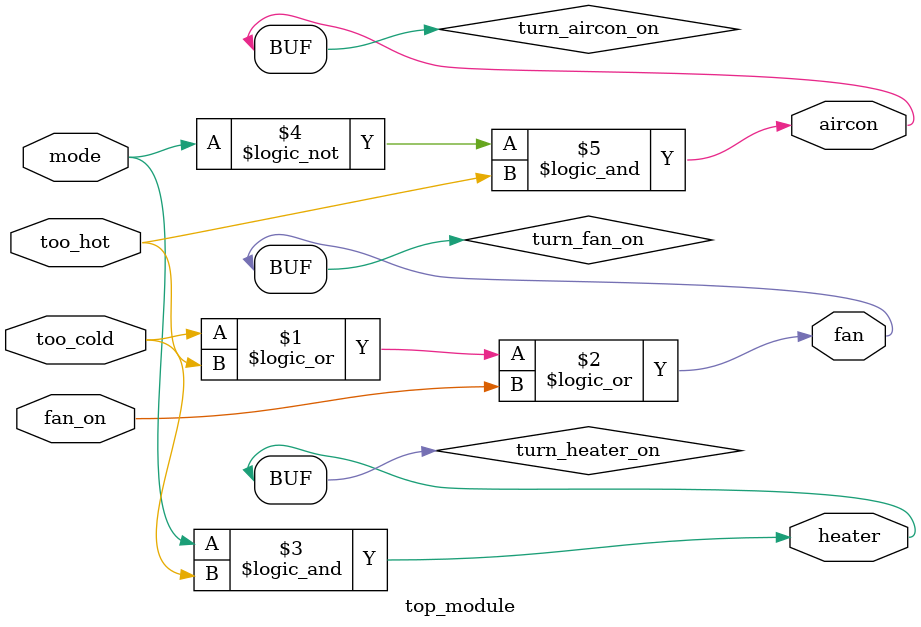
<source format=sv>
module top_module(
    input mode,
    input too_cold,
    input too_hot,
    input fan_on,
    output heater,
    output aircon,
    output fan
);

    // Declare internal signals
    wire turn_fan_on;
    wire turn_heater_on;
    wire turn_aircon_on;

    // Determine if fan should be turned on
    assign turn_fan_on = (too_cold || too_hot || fan_on);

    // Determine if heater should be turned on
    assign turn_heater_on = (mode && too_cold);

    // Determine if air conditioner should be turned on
    assign turn_aircon_on = (!mode && too_hot);

    // Assign outputs
    assign fan = turn_fan_on;
    assign heater = turn_heater_on;
    assign aircon = turn_aircon_on;

endmodule

</source>
